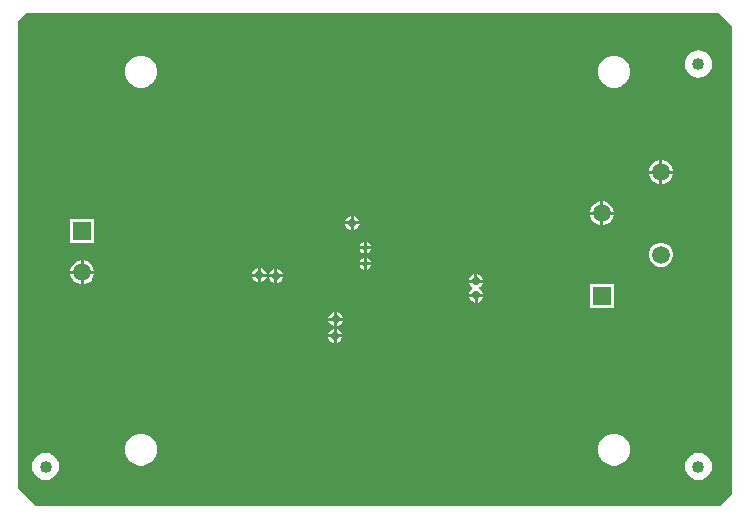
<source format=gbl>
G04*
G04 #@! TF.GenerationSoftware,Altium Limited,Altium Designer,24.6.1 (21)*
G04*
G04 Layer_Physical_Order=2*
G04 Layer_Color=16711680*
%FSLAX44Y44*%
%MOMM*%
G71*
G04*
G04 #@! TF.SameCoordinates,FB7811C6-C1BC-4142-BEB3-519EFFB23591*
G04*
G04*
G04 #@! TF.FilePolarity,Positive*
G04*
G01*
G75*
%ADD23C,1.0160*%
%ADD32R,1.5080X1.5080*%
%ADD33C,1.5080*%
%ADD34C,0.7000*%
%ADD35C,0.5000*%
G36*
X610500Y414000D02*
Y17000D01*
X601000Y7500D01*
X20250D01*
X5500Y22250D01*
Y418250D01*
X12250Y425000D01*
X599500D01*
X610500Y414000D01*
D02*
G37*
%LPC*%
G36*
X581660Y392919D02*
X578676Y392526D01*
X575896Y391374D01*
X573508Y389542D01*
X571676Y387154D01*
X570524Y384374D01*
X570131Y381390D01*
X570524Y378406D01*
X571676Y375626D01*
X573508Y373238D01*
X575896Y371406D01*
X578676Y370254D01*
X581660Y369861D01*
X584644Y370254D01*
X587424Y371406D01*
X589812Y373238D01*
X591644Y375626D01*
X592796Y378406D01*
X593189Y381390D01*
X592796Y384374D01*
X591644Y387154D01*
X589812Y389542D01*
X587424Y391374D01*
X584644Y392526D01*
X581660Y392919D01*
D02*
G37*
G36*
X511783Y388540D02*
X508217D01*
X504774Y387617D01*
X501686Y385835D01*
X499165Y383314D01*
X497383Y380226D01*
X496460Y376783D01*
Y373217D01*
X497383Y369774D01*
X499165Y366686D01*
X501686Y364165D01*
X504774Y362383D01*
X508217Y361460D01*
X511783D01*
X515226Y362383D01*
X518314Y364165D01*
X520835Y366686D01*
X522617Y369774D01*
X523540Y373217D01*
Y376783D01*
X522617Y380226D01*
X520835Y383314D01*
X518314Y385835D01*
X515226Y387617D01*
X511783Y388540D01*
D02*
G37*
G36*
X111783D02*
X108217D01*
X104774Y387617D01*
X101686Y385835D01*
X99165Y383314D01*
X97383Y380226D01*
X96460Y376783D01*
Y373217D01*
X97383Y369774D01*
X99165Y366686D01*
X101686Y364165D01*
X104774Y362383D01*
X108217Y361460D01*
X111783D01*
X115226Y362383D01*
X118314Y364165D01*
X120835Y366686D01*
X122617Y369774D01*
X123540Y373217D01*
Y376783D01*
X122617Y380226D01*
X120835Y383314D01*
X118314Y385835D01*
X115226Y387617D01*
X111783Y388540D01*
D02*
G37*
G36*
X551327Y300080D02*
X551270D01*
Y291270D01*
X560080D01*
Y291327D01*
X559393Y293891D01*
X558066Y296189D01*
X556189Y298066D01*
X553891Y299393D01*
X551327Y300080D01*
D02*
G37*
G36*
X548730D02*
X548673D01*
X546109Y299393D01*
X543811Y298066D01*
X541934Y296189D01*
X540607Y293891D01*
X539920Y291327D01*
Y291270D01*
X548730D01*
Y300080D01*
D02*
G37*
G36*
X560080Y288730D02*
X551270D01*
Y279920D01*
X551327D01*
X553891Y280607D01*
X556189Y281934D01*
X558066Y283811D01*
X559393Y286109D01*
X560080Y288673D01*
Y288730D01*
D02*
G37*
G36*
X548730D02*
X539920D01*
Y288673D01*
X540607Y286109D01*
X541934Y283811D01*
X543811Y281934D01*
X546109Y280607D01*
X548673Y279920D01*
X548730D01*
Y288730D01*
D02*
G37*
G36*
X501327Y265080D02*
X501270D01*
Y256270D01*
X510080D01*
Y256327D01*
X509393Y258891D01*
X508066Y261189D01*
X506189Y263066D01*
X503891Y264393D01*
X501327Y265080D01*
D02*
G37*
G36*
X498730D02*
X498673D01*
X496109Y264393D01*
X493811Y263066D01*
X491934Y261189D01*
X490607Y258891D01*
X489920Y256327D01*
Y256270D01*
X498730D01*
Y265080D01*
D02*
G37*
G36*
X290020Y253012D02*
Y248270D01*
X294762D01*
X293871Y250421D01*
X292171Y252120D01*
X290020Y253012D01*
D02*
G37*
G36*
X287480D02*
X285329Y252120D01*
X283629Y250421D01*
X282738Y248270D01*
X287480D01*
Y253012D01*
D02*
G37*
G36*
X510080Y253730D02*
X501270D01*
Y244920D01*
X501327D01*
X503891Y245607D01*
X506189Y246934D01*
X508066Y248811D01*
X509393Y251109D01*
X510080Y253673D01*
Y253730D01*
D02*
G37*
G36*
X498730D02*
X489920D01*
Y253673D01*
X490607Y251109D01*
X491934Y248811D01*
X493811Y246934D01*
X496109Y245607D01*
X498673Y244920D01*
X498730D01*
Y253730D01*
D02*
G37*
G36*
X294762Y245730D02*
X290020D01*
Y240988D01*
X292171Y241880D01*
X293871Y243579D01*
X294762Y245730D01*
D02*
G37*
G36*
X287480D02*
X282738D01*
X283629Y243579D01*
X285329Y241880D01*
X287480Y240988D01*
Y245730D01*
D02*
G37*
G36*
X70080Y250080D02*
X49920D01*
Y229920D01*
X70080D01*
Y250080D01*
D02*
G37*
G36*
X301020Y230929D02*
Y227270D01*
X304679D01*
X304023Y228855D01*
X302605Y230273D01*
X301020Y230929D01*
D02*
G37*
G36*
X298480D02*
X296895Y230273D01*
X295477Y228855D01*
X294821Y227270D01*
X298480D01*
Y230929D01*
D02*
G37*
G36*
X304679Y224730D02*
X301020D01*
Y221071D01*
X302605Y221727D01*
X304023Y223145D01*
X304679Y224730D01*
D02*
G37*
G36*
X298480D02*
X294821D01*
X295477Y223145D01*
X296895Y221727D01*
X298480Y221071D01*
Y224730D01*
D02*
G37*
G36*
X301020Y217179D02*
Y213520D01*
X304679D01*
X304023Y215105D01*
X302605Y216523D01*
X301020Y217179D01*
D02*
G37*
G36*
X298480D02*
X296895Y216523D01*
X295477Y215105D01*
X294821Y213520D01*
X298480D01*
Y217179D01*
D02*
G37*
G36*
X551327Y230080D02*
X548673D01*
X546109Y229393D01*
X543811Y228066D01*
X541934Y226189D01*
X540607Y223891D01*
X539920Y221327D01*
Y218673D01*
X540607Y216109D01*
X541934Y213811D01*
X543811Y211934D01*
X546109Y210607D01*
X548673Y209920D01*
X551327D01*
X553891Y210607D01*
X556189Y211934D01*
X558066Y213811D01*
X559393Y216109D01*
X560080Y218673D01*
Y221327D01*
X559393Y223891D01*
X558066Y226189D01*
X556189Y228066D01*
X553891Y229393D01*
X551327Y230080D01*
D02*
G37*
G36*
X304679Y210980D02*
X301020D01*
Y207321D01*
X302605Y207977D01*
X304023Y209395D01*
X304679Y210980D01*
D02*
G37*
G36*
X298480D02*
X294821D01*
X295477Y209395D01*
X296895Y207977D01*
X298480Y207321D01*
Y210980D01*
D02*
G37*
G36*
X61327Y215080D02*
X61270D01*
Y206270D01*
X70080D01*
Y206327D01*
X69393Y208891D01*
X68066Y211189D01*
X66189Y213066D01*
X63891Y214393D01*
X61327Y215080D01*
D02*
G37*
G36*
X58730D02*
X58673D01*
X56109Y214393D01*
X53811Y213066D01*
X51934Y211189D01*
X50607Y208891D01*
X49920Y206327D01*
Y206270D01*
X58730D01*
Y215080D01*
D02*
G37*
G36*
X211270Y208512D02*
Y203770D01*
X216012D01*
X215121Y205921D01*
X213421Y207621D01*
X211270Y208512D01*
D02*
G37*
G36*
X208730D02*
X206579Y207621D01*
X204879Y205921D01*
X203988Y203770D01*
X208730D01*
Y208512D01*
D02*
G37*
G36*
X225020Y208262D02*
Y203520D01*
X229762D01*
X228871Y205671D01*
X227171Y207370D01*
X225020Y208262D01*
D02*
G37*
G36*
X222480D02*
X220329Y207370D01*
X218629Y205671D01*
X217738Y203520D01*
X222480D01*
Y208262D01*
D02*
G37*
G36*
X394520Y203512D02*
Y198770D01*
X399262D01*
X398371Y200921D01*
X396671Y202620D01*
X394520Y203512D01*
D02*
G37*
G36*
X391980D02*
X389829Y202620D01*
X388130Y200921D01*
X387238Y198770D01*
X391980D01*
Y203512D01*
D02*
G37*
G36*
X216012Y201230D02*
X211270D01*
Y196488D01*
X213421Y197379D01*
X215121Y199079D01*
X216012Y201230D01*
D02*
G37*
G36*
X208730D02*
X203988D01*
X204879Y199079D01*
X206579Y197379D01*
X208730Y196488D01*
Y201230D01*
D02*
G37*
G36*
X229762Y200980D02*
X225020D01*
Y196238D01*
X227171Y197129D01*
X228871Y198829D01*
X229762Y200980D01*
D02*
G37*
G36*
X222480D02*
X217738D01*
X218629Y198829D01*
X220329Y197129D01*
X222480Y196238D01*
Y200980D01*
D02*
G37*
G36*
X70080Y203730D02*
X61270D01*
Y194920D01*
X61327D01*
X63891Y195607D01*
X66189Y196934D01*
X68066Y198811D01*
X69393Y201109D01*
X70080Y203673D01*
Y203730D01*
D02*
G37*
G36*
X58730D02*
X49920D01*
Y203673D01*
X50607Y201109D01*
X51934Y198811D01*
X53811Y196934D01*
X56109Y195607D01*
X58673Y194920D01*
X58730D01*
Y203730D01*
D02*
G37*
G36*
X399262Y196230D02*
X387238D01*
X388130Y194079D01*
X389829Y192379D01*
X390418Y192136D01*
Y190761D01*
X390079Y190620D01*
X388380Y188921D01*
X387488Y186770D01*
X399512D01*
X398620Y188921D01*
X396921Y190620D01*
X396332Y190864D01*
Y192239D01*
X396671Y192379D01*
X398371Y194079D01*
X399262Y196230D01*
D02*
G37*
G36*
X399512Y184230D02*
X394770D01*
Y179488D01*
X396921Y180380D01*
X398620Y182079D01*
X399512Y184230D01*
D02*
G37*
G36*
X392230D02*
X387488D01*
X388380Y182079D01*
X390079Y180380D01*
X392230Y179488D01*
Y184230D01*
D02*
G37*
G36*
X510080Y195080D02*
X489920D01*
Y174920D01*
X510080D01*
Y195080D01*
D02*
G37*
G36*
X275770Y171262D02*
Y166520D01*
X280512D01*
X279620Y168671D01*
X277921Y170371D01*
X275770Y171262D01*
D02*
G37*
G36*
X273230D02*
X271079Y170371D01*
X269380Y168671D01*
X268488Y166520D01*
X273230D01*
Y171262D01*
D02*
G37*
G36*
X280512Y163980D02*
X275770D01*
Y159238D01*
X277921Y160130D01*
X279620Y161829D01*
X280512Y163980D01*
D02*
G37*
G36*
X273230D02*
X268488D01*
X269380Y161829D01*
X271079Y160130D01*
X273230Y159238D01*
Y163980D01*
D02*
G37*
G36*
X275520Y157262D02*
Y152520D01*
X280262D01*
X279370Y154671D01*
X277671Y156370D01*
X275520Y157262D01*
D02*
G37*
G36*
X272980D02*
X270829Y156370D01*
X269130Y154671D01*
X268238Y152520D01*
X272980D01*
Y157262D01*
D02*
G37*
G36*
X280262Y149980D02*
X275520D01*
Y145238D01*
X277671Y146130D01*
X279370Y147829D01*
X280262Y149980D01*
D02*
G37*
G36*
X272980D02*
X268238D01*
X269130Y147829D01*
X270829Y146130D01*
X272980Y145238D01*
Y149980D01*
D02*
G37*
G36*
X511783Y68540D02*
X508217D01*
X504774Y67617D01*
X501686Y65835D01*
X499165Y63314D01*
X497383Y60226D01*
X496460Y56783D01*
Y53217D01*
X497383Y49774D01*
X499165Y46686D01*
X501686Y44165D01*
X504774Y42383D01*
X508217Y41460D01*
X511783D01*
X515226Y42383D01*
X518314Y44165D01*
X520835Y46686D01*
X522617Y49774D01*
X523540Y53217D01*
Y56783D01*
X522617Y60226D01*
X520835Y63314D01*
X518314Y65835D01*
X515226Y67617D01*
X511783Y68540D01*
D02*
G37*
G36*
X111783D02*
X108217D01*
X104774Y67617D01*
X101686Y65835D01*
X99165Y63314D01*
X97383Y60226D01*
X96460Y56783D01*
Y53217D01*
X97383Y49774D01*
X99165Y46686D01*
X101686Y44165D01*
X104774Y42383D01*
X108217Y41460D01*
X111783D01*
X115226Y42383D01*
X118314Y44165D01*
X120835Y46686D01*
X122617Y49774D01*
X123540Y53217D01*
Y56783D01*
X122617Y60226D01*
X120835Y63314D01*
X118314Y65835D01*
X115226Y67617D01*
X111783Y68540D01*
D02*
G37*
G36*
X581660Y52169D02*
X578676Y51776D01*
X575896Y50624D01*
X573508Y48792D01*
X571676Y46404D01*
X570524Y43624D01*
X570131Y40640D01*
X570524Y37656D01*
X571676Y34876D01*
X573508Y32488D01*
X575896Y30656D01*
X578676Y29504D01*
X581660Y29111D01*
X584644Y29504D01*
X587424Y30656D01*
X589812Y32488D01*
X591644Y34876D01*
X592796Y37656D01*
X593189Y40640D01*
X592796Y43624D01*
X591644Y46404D01*
X589812Y48792D01*
X587424Y50624D01*
X584644Y51776D01*
X581660Y52169D01*
D02*
G37*
G36*
X29000D02*
X26016Y51776D01*
X23236Y50624D01*
X20848Y48792D01*
X19016Y46404D01*
X17864Y43624D01*
X17471Y40640D01*
X17864Y37656D01*
X19016Y34876D01*
X20848Y32488D01*
X23236Y30656D01*
X26016Y29504D01*
X29000Y29111D01*
X31984Y29504D01*
X34764Y30656D01*
X37152Y32488D01*
X38984Y34876D01*
X40136Y37656D01*
X40529Y40640D01*
X40136Y43624D01*
X38984Y46404D01*
X37152Y48792D01*
X34764Y50624D01*
X31984Y51776D01*
X29000Y52169D01*
D02*
G37*
%LPD*%
D23*
X581660Y381390D02*
D03*
Y40640D02*
D03*
X29000D02*
D03*
D32*
X500000Y185000D02*
D03*
X60000Y240000D02*
D03*
D33*
X550000Y220000D02*
D03*
X500000Y255000D02*
D03*
X550000Y290000D02*
D03*
X60000Y205000D02*
D03*
D34*
X274250Y151250D02*
D03*
X288750Y247000D02*
D03*
X210000Y202500D02*
D03*
X223750Y202250D02*
D03*
X274500Y165250D02*
D03*
X393250Y197500D02*
D03*
X393500Y185500D02*
D03*
D35*
X299750Y212250D02*
D03*
Y226000D02*
D03*
M02*

</source>
